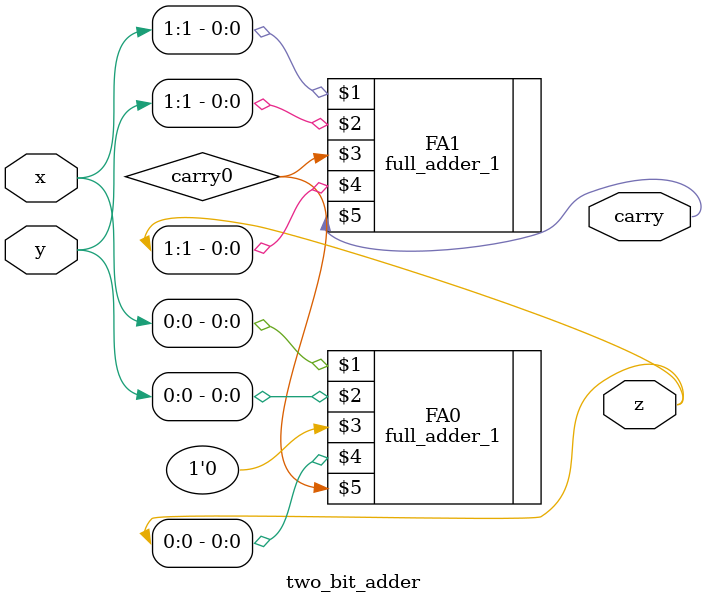
<source format=v>
`timescale 1ns / 1ps
module two_bit_adder(x,y,z,carry
    );
input [1:0] x;
input [1:0] y;
output [1:0] z;
wire [1:0] z;
output carry;
wire carry;
wire carry0;
full_adder_1 FA0 (x[0], y[0], 1'b0, z[0], carry0);
full_adder_1 FA1 (x[1], y[1], carry0, z[1], carry);


endmodule

</source>
